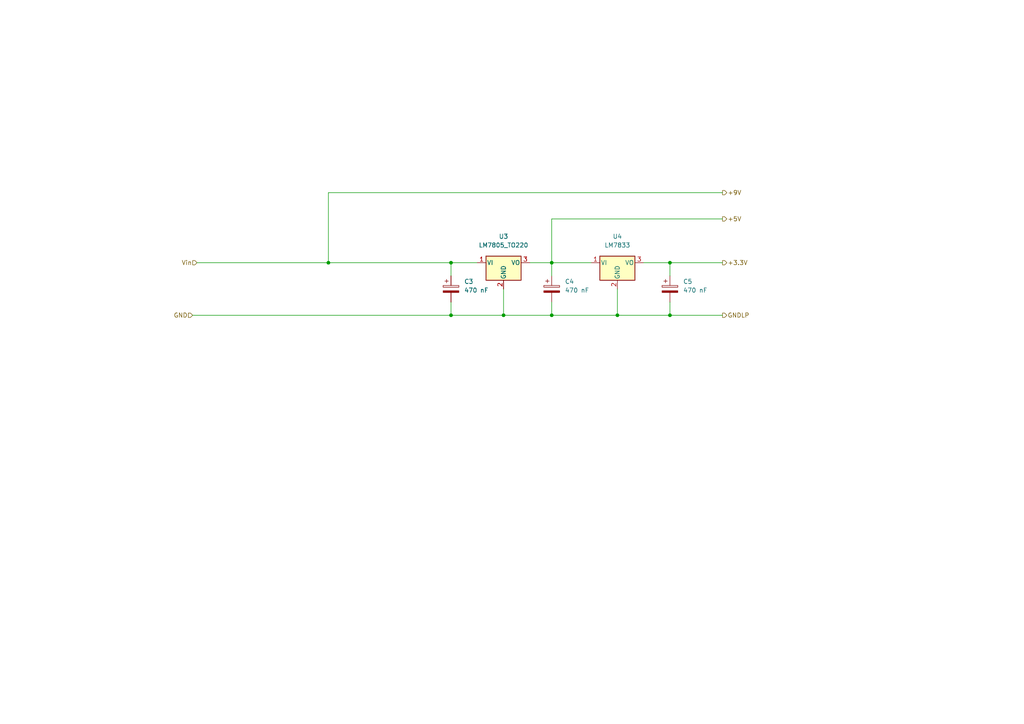
<source format=kicad_sch>
(kicad_sch (version 20230121) (generator eeschema)
  (paper "A4")
  (lib_symbols
    (symbol "Device:C_Polarized" (pin_numbers hide) (pin_names (offset 0.254))
      (property "Reference" "C" (at 0.635 2.54 0))
      (property "Value" "C_Polarized" (at 0.635 -2.54 0))
      (symbol "C_Polarized_0_1"
        (rectangle (start -2.286 0.508) (end 2.286 1.016))
        (polyline (pts (xy -1.778 2.286) (xy -0.762 2.286)))
        (polyline (pts (xy -1.27 2.794) (xy -1.27 1.778)))
        (rectangle (start 2.286 -0.508) (end -2.286 -1.016) (fill (type outline)))
      )
      (symbol "C_Polarized_1_1"
        (pin passive line (at 0 3.81 270) (length 2.794) (name "~") (number "1"))
        (pin passive line (at 0 -3.81 90) (length 2.794) (name "~") (number "2"))
      )
    )
    (symbol "Regulator_Linear:LM7805_TO220" (pin_names (offset 0.254))
      (property "Reference" "U" (at -3.81 3.175 0))
      (property "Value" "LM7805_TO220" (at 0 3.175 0))
      (symbol "LM7805_TO220_0_1"
        (rectangle (start -5.08 1.905) (end 5.08 -5.08) (stroke (width 0.254)) (fill (type background)))
      )
      (symbol "LM7805_TO220_1_1"
        (pin power_in line (at -7.62 0 0) (length 2.54) (name "VI") (number "1"))
        (pin power_in line (at 0 -7.62 90) (length 2.54) (name "GND") (number "2"))
        (pin power_out line (at 7.62 0 180) (length 2.54) (name "VO") (number "3"))
      )
    )
  )
  (junction (at 194.31 76.2))
  (junction (at 95.25 76.2))
  (junction (at 179.07 91.44))
  (junction (at 130.81 91.44))
  (junction (at 146.05 91.44))
  (junction (at 194.31 91.44))
  (junction (at 130.81 76.2))
  (junction (at 160.02 91.44))
  (junction (at 160.02 76.2))
  (wire (pts (xy 160.02 76.2) (xy 171.45 76.2)))
  (wire (pts (xy 130.81 91.44) (xy 130.81 87.63)))
  (wire (pts (xy 95.25 55.88) (xy 209.55 55.88)))
  (wire (pts (xy 153.67 76.2) (xy 160.02 76.2)))
  (wire (pts (xy 160.02 63.5) (xy 209.55 63.5)))
  (wire (pts (xy 146.05 91.44) (xy 130.81 91.44)))
  (wire (pts (xy 146.05 91.44) (xy 160.02 91.44)))
  (wire (pts (xy 194.31 91.44) (xy 209.55 91.44)))
  (wire (pts (xy 160.02 76.2) (xy 160.02 63.5)))
  (wire (pts (xy 160.02 91.44) (xy 179.07 91.44)))
  (wire (pts (xy 130.81 76.2) (xy 130.81 80.01)))
  (wire (pts (xy 160.02 76.2) (xy 160.02 80.01)))
  (wire (pts (xy 194.31 76.2) (xy 209.55 76.2)))
  (wire (pts (xy 95.25 76.2) (xy 130.81 76.2)))
  (wire (pts (xy 194.31 91.44) (xy 194.31 87.63)))
  (wire (pts (xy 55.88 91.44) (xy 130.81 91.44)))
  (wire (pts (xy 160.02 91.44) (xy 160.02 87.63)))
  (wire (pts (xy 179.07 91.44) (xy 194.31 91.44)))
  (wire (pts (xy 186.69 76.2) (xy 194.31 76.2)))
  (wire (pts (xy 130.81 76.2) (xy 138.43 76.2)))
  (wire (pts (xy 146.05 83.82) (xy 146.05 91.44)))
  (wire (pts (xy 57.15 76.2) (xy 95.25 76.2)))
  (wire (pts (xy 179.07 91.44) (xy 179.07 83.82)))
  (wire (pts (xy 95.25 76.2) (xy 95.25 55.88)))
  (wire (pts (xy 194.31 76.2) (xy 194.31 80.01)))
  (hierarchical_label "+3.3V" (shape output) (at 209.55 76.2 0))
  (hierarchical_label "Vin" (shape input) (at 57.15 76.2 180))
  (hierarchical_label "GNDLP" (shape output) (at 209.55 91.44 0))
  (hierarchical_label "GND" (shape input) (at 55.88 91.44 180))
  (hierarchical_label "+9V" (shape output) (at 209.55 55.88 0))
  (hierarchical_label "+5V" (shape output) (at 209.55 63.5 0))
  (symbol (lib_id "Device:C_Polarized") (at 194.31 83.82 0) (unit 1)
    (property "Reference" "C5" (at 198.12 81.6609 0) (effects (justify left)))
    (property "Value" "470 nF" (at 198.12 84.2009 0) (effects (justify left)))
    (property "Footprint" "Capacitor_THT:C_Axial_L5.1mm_D3.1mm_P15.00mm_Horizontal" (effects hide))
  )
  (symbol (lib_id "Device:C_Polarized") (at 160.02 83.82 0) (unit 1)
    (property "Reference" "C4" (at 163.83 81.6609 0) (effects (justify left)))
    (property "Value" "470 nF" (at 163.83 84.2009 0) (effects (justify left)))
    (property "Footprint" "Capacitor_THT:C_Axial_L5.1mm_D3.1mm_P15.00mm_Horizontal" (effects hide))
  )
  (symbol (lib_id "Regulator_Linear:LM7805_TO220") (at 179.07 76.2 0) (unit 1)
    (property "Reference" "U4" (at 179.07 68.58 0))
    (property "Value" "LM7833" (at 179.07 71.12 0))
    (property "Footprint" "Package_TO_SOT_THT:TO-220-3_Vertical" (effects hide))
    (property "Datasheet" "https://safe.nrao.edu/wiki/pub/Main/WideBandArtificialPulsar/LM7833.pdf" (effects hide))
  )
  (symbol (lib_id "Device:C_Polarized") (at 130.81 83.82 0) (unit 1)
    (property "Reference" "C3" (at 134.62 81.6609 0) (effects (justify left)))
    (property "Value" "470 nF" (at 134.62 84.2009 0) (effects (justify left)))
    (property "Footprint" "Capacitor_THT:C_Axial_L5.1mm_D3.1mm_P15.00mm_Horizontal" (effects hide))
  )
  (symbol (lib_id "Regulator_Linear:LM7805_TO220") (at 146.05 76.2 0) (unit 1)
    (property "Reference" "U3" (at 146.05 68.58 0))
    (property "Value" "LM7805_TO220" (at 146.05 71.12 0))
    (property "Footprint" "Package_TO_SOT_THT:TO-220-3_Vertical" (effects hide))
    (property "Datasheet" "https://www.onsemi.cn/PowerSolutions/document/MC7800-D.PDF" (effects hide))
  )
)
</source>
